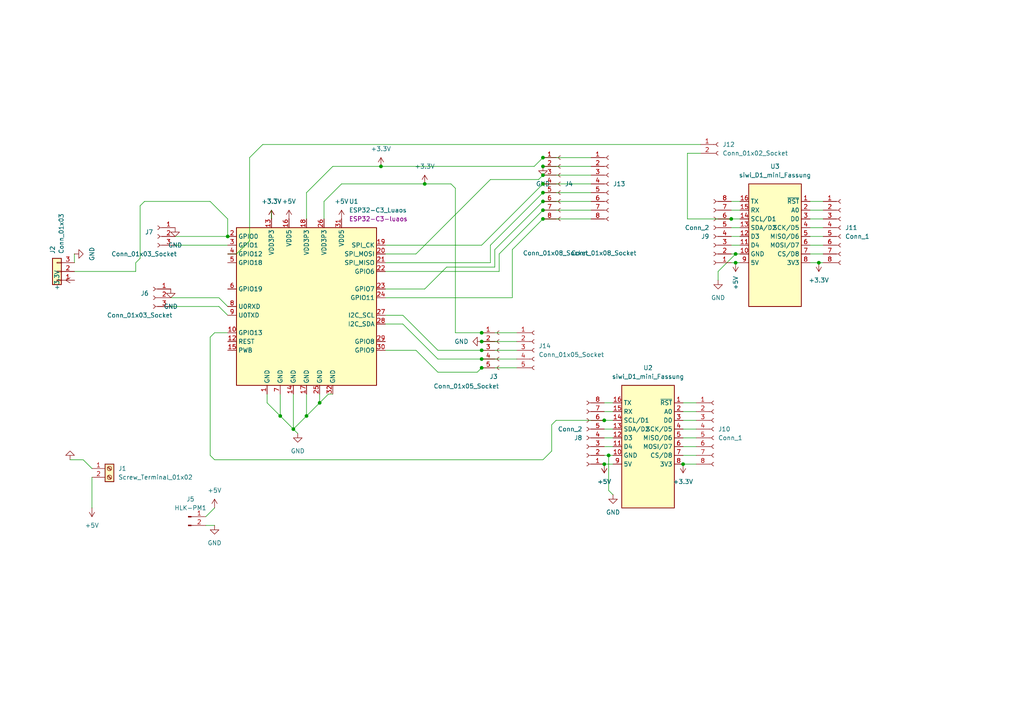
<source format=kicad_sch>
(kicad_sch (version 20250114) (generator "eeschema") (generator_version "9.0")
  (paper "A4")
  (lib_symbols
    (symbol "Connector:Conn_01x02_Pin" (pin_names (offset 1.016) (hide yes))
      (property "Reference" "J" (at 0 2.54 0))
      (property "Value" "Conn_01x02_Pin" (at 0 -5.08 0))
      (symbol "Conn_01x02_Pin_1_1"
        (rectangle (start 0.8636 0.127) (end 0 -0.127) (stroke (width 0.1524)) (fill (type outline)))
        (rectangle (start 0.8636 -2.413) (end 0 -2.667) (stroke (width 0.1524)) (fill (type outline)))
        (polyline (pts (xy 1.27 0) (xy 0.8636 0)) (stroke (width 0.1524)))
        (polyline (pts (xy 1.27 -2.54) (xy 0.8636 -2.54)) (stroke (width 0.1524)))
        (pin passive line (at 5.08 0 180) (length 3.81) (name "Pin_1") (number "1"))
        (pin passive line (at 5.08 -2.54 180) (length 3.81) (name "Pin_2") (number "2"))
      )
    )
    (symbol "Connector:Conn_01x02_Socket" (pin_names (offset 1.016) (hide yes))
      (property "Reference" "J" (at 0 2.54 0))
      (property "Value" "Conn_01x02_Socket" (at 0 -5.08 0))
      (symbol "Conn_01x02_Socket_1_1"
        (polyline (pts (xy -1.27 0) (xy -0.508 0)) (stroke (width 0.1524)))
        (polyline (pts (xy -1.27 -2.54) (xy -0.508 -2.54)) (stroke (width 0.1524)))
        (arc (start 0 -0.508) (mid -0.5058 0) (end 0 0.508) (stroke (width 0.1524)))
        (arc (start 0 -3.048) (mid -0.5058 -2.54) (end 0 -2.032) (stroke (width 0.1524)))
        (pin passive line (at -5.08 0 0) (length 3.81) (name "Pin_1") (number "1"))
        (pin passive line (at -5.08 -2.54 0) (length 3.81) (name "Pin_2") (number "2"))
      )
    )
    (symbol "Connector:Conn_01x03_Socket" (pin_names (offset 1.016) (hide yes))
      (property "Reference" "J" (at 0 5.08 0))
      (property "Value" "Conn_01x03_Socket" (at 0 -5.08 0))
      (symbol "Conn_01x03_Socket_1_1"
        (polyline (pts (xy -1.27 2.54) (xy -0.508 2.54)) (stroke (width 0.1524)))
        (polyline (pts (xy -1.27 0) (xy -0.508 0)) (stroke (width 0.1524)))
        (polyline (pts (xy -1.27 -2.54) (xy -0.508 -2.54)) (stroke (width 0.1524)))
        (arc (start 0 2.032) (mid -0.5058 2.54) (end 0 3.048) (stroke (width 0.1524)))
        (arc (start 0 -0.508) (mid -0.5058 0) (end 0 0.508) (stroke (width 0.1524)))
        (arc (start 0 -3.048) (mid -0.5058 -2.54) (end 0 -2.032) (stroke (width 0.1524)))
        (pin passive line (at -5.08 2.54 0) (length 3.81) (name "Pin_1") (number "1"))
        (pin passive line (at -5.08 0 0) (length 3.81) (name "Pin_2") (number "2"))
        (pin passive line (at -5.08 -2.54 0) (length 3.81) (name "Pin_3") (number "3"))
      )
    )
    (symbol "Connector:Conn_01x05_Socket" (pin_names (offset 1.016) (hide yes))
      (property "Reference" "J" (at 0 7.62 0))
      (property "Value" "Conn_01x05_Socket" (at 0 -7.62 0))
      (symbol "Conn_01x05_Socket_1_1"
        (polyline (pts (xy -1.27 5.08) (xy -0.508 5.08)) (stroke (width 0.1524)))
        (polyline (pts (xy -1.27 2.54) (xy -0.508 2.54)) (stroke (width 0.1524)))
        (polyline (pts (xy -1.27 0) (xy -0.508 0)) (stroke (width 0.1524)))
        (polyline (pts (xy -1.27 -2.54) (xy -0.508 -2.54)) (stroke (width 0.1524)))
        (polyline (pts (xy -1.27 -5.08) (xy -0.508 -5.08)) (stroke (width 0.1524)))
        (arc (start 0 4.572) (mid -0.5058 5.08) (end 0 5.588) (stroke (width 0.1524)))
        (arc (start 0 2.032) (mid -0.5058 2.54) (end 0 3.048) (stroke (width 0.1524)))
        (arc (start 0 -0.508) (mid -0.5058 0) (end 0 0.508) (stroke (width 0.1524)))
        (arc (start 0 -3.048) (mid -0.5058 -2.54) (end 0 -2.032) (stroke (width 0.1524)))
        (arc (start 0 -5.588) (mid -0.5058 -5.08) (end 0 -4.572) (stroke (width 0.1524)))
        (pin passive line (at -5.08 5.08 0) (length 3.81) (name "Pin_1") (number "1"))
        (pin passive line (at -5.08 2.54 0) (length 3.81) (name "Pin_2") (number "2"))
        (pin passive line (at -5.08 0 0) (length 3.81) (name "Pin_3") (number "3"))
        (pin passive line (at -5.08 -2.54 0) (length 3.81) (name "Pin_4") (number "4"))
        (pin passive line (at -5.08 -5.08 0) (length 3.81) (name "Pin_5") (number "5"))
      )
    )
    (symbol "Connector:Conn_01x08_Socket" (pin_names (offset 1.016) (hide yes))
      (property "Reference" "J" (at 0 10.16 0))
      (property "Value" "Conn_01x08_Socket" (at 0 -12.7 0))
      (symbol "Conn_01x08_Socket_1_1"
        (polyline (pts (xy -1.27 7.62) (xy -0.508 7.62)) (stroke (width 0.1524)))
        (polyline (pts (xy -1.27 5.08) (xy -0.508 5.08)) (stroke (width 0.1524)))
        (polyline (pts (xy -1.27 2.54) (xy -0.508 2.54)) (stroke (width 0.1524)))
        (polyline (pts (xy -1.27 0) (xy -0.508 0)) (stroke (width 0.1524)))
        (polyline (pts (xy -1.27 -2.54) (xy -0.508 -2.54)) (stroke (width 0.1524)))
        (polyline (pts (xy -1.27 -5.08) (xy -0.508 -5.08)) (stroke (width 0.1524)))
        (polyline (pts (xy -1.27 -7.62) (xy -0.508 -7.62)) (stroke (width 0.1524)))
        (polyline (pts (xy -1.27 -10.16) (xy -0.508 -10.16)) (stroke (width 0.1524)))
        (arc (start 0 7.112) (mid -0.5058 7.62) (end 0 8.128) (stroke (width 0.1524)))
        (arc (start 0 4.572) (mid -0.5058 5.08) (end 0 5.588) (stroke (width 0.1524)))
        (arc (start 0 2.032) (mid -0.5058 2.54) (end 0 3.048) (stroke (width 0.1524)))
        (arc (start 0 -0.508) (mid -0.5058 0) (end 0 0.508) (stroke (width 0.1524)))
        (arc (start 0 -3.048) (mid -0.5058 -2.54) (end 0 -2.032) (stroke (width 0.1524)))
        (arc (start 0 -5.588) (mid -0.5058 -5.08) (end 0 -4.572) (stroke (width 0.1524)))
        (arc (start 0 -8.128) (mid -0.5058 -7.62) (end 0 -7.112) (stroke (width 0.1524)))
        (arc (start 0 -10.668) (mid -0.5058 -10.16) (end 0 -9.652) (stroke (width 0.1524)))
        (pin passive line (at -5.08 7.62 0) (length 3.81) (name "Pin_1") (number "1"))
        (pin passive line (at -5.08 5.08 0) (length 3.81) (name "Pin_2") (number "2"))
        (pin passive line (at -5.08 2.54 0) (length 3.81) (name "Pin_3") (number "3"))
        (pin passive line (at -5.08 0 0) (length 3.81) (name "Pin_4") (number "4"))
        (pin passive line (at -5.08 -2.54 0) (length 3.81) (name "Pin_5") (number "5"))
        (pin passive line (at -5.08 -5.08 0) (length 3.81) (name "Pin_6") (number "6"))
        (pin passive line (at -5.08 -7.62 0) (length 3.81) (name "Pin_7") (number "7"))
        (pin passive line (at -5.08 -10.16 0) (length 3.81) (name "Pin_8") (number "8"))
      )
    )
    (symbol "Connector:Screw_Terminal_01x02" (pin_names (offset 1.016) (hide yes))
      (property "Reference" "J" (at 0 2.54 0))
      (property "Value" "Screw_Terminal_01x02" (at 0 -5.08 0))
      (symbol "Screw_Terminal_01x02_1_1"
        (rectangle (start -1.27 1.27) (end 1.27 -3.81) (stroke (width 0.254)) (fill (type background)))
        (polyline (pts (xy -0.5334 0.3302) (xy 0.3302 -0.508)) (stroke (width 0.1524)))
        (polyline (pts (xy -0.5334 -2.2098) (xy 0.3302 -3.048)) (stroke (width 0.1524)))
        (polyline (pts (xy -0.3556 0.508) (xy 0.508 -0.3302)) (stroke (width 0.1524)))
        (polyline (pts (xy -0.3556 -2.032) (xy 0.508 -2.8702)) (stroke (width 0.1524)))
        (circle (center 0 0) (radius 0.635) (stroke (width 0.1524)))
        (circle (center 0 -2.54) (radius 0.635) (stroke (width 0.1524)))
        (pin passive line (at -5.08 0 0) (length 3.81) (name "Pin_1") (number "1"))
        (pin passive line (at -5.08 -2.54 0) (length 3.81) (name "Pin_2") (number "2"))
      )
    )
    (symbol "Connector_Generic:Conn_01x03" (pin_names (offset 1.016) (hide yes))
      (property "Reference" "J" (at 0 5.08 0))
      (property "Value" "Conn_01x03" (at 0 -5.08 0))
      (symbol "Conn_01x03_1_1"
        (rectangle (start -1.27 3.81) (end 1.27 -3.81) (stroke (width 0.254)) (fill (type background)))
        (rectangle (start -1.27 2.667) (end 0 2.413) (stroke (width 0.1524)))
        (rectangle (start -1.27 0.127) (end 0 -0.127) (stroke (width 0.1524)))
        (rectangle (start -1.27 -2.413) (end 0 -2.667) (stroke (width 0.1524)))
        (pin passive line (at -5.08 2.54 0) (length 3.81) (name "Pin_1") (number "1"))
        (pin passive line (at -5.08 0 0) (length 3.81) (name "Pin_2") (number "2"))
        (pin passive line (at -5.08 -2.54 0) (length 3.81) (name "Pin_3") (number "3"))
      )
    )
    (symbol "New_Library:ESP32-C3_Luaos"
      (property "Reference" "U" (at -17.272 23.876 0))
      (property "Value" "ESP32-C3_Luaos" (at 20.574 27.178 0))
      (property "Footprint" "ESP32-C3-luaos" (at 0.508 0 0))
      (symbol "ESP32-C3_Luaos_1_1"
        (rectangle (start -20.32 22.86) (end 20.32 -22.86) (stroke (width 0.254)) (fill (type background)))
        (pin bidirectional line (at -22.86 20.32 0) (length 2.54) (name "GPIO0") (number "2"))
        (pin bidirectional line (at -22.86 17.78 0) (length 2.54) (name "GPIO1") (number "3"))
        (pin bidirectional line (at -22.86 15.24 0) (length 2.54) (name "GPIO12") (number "4"))
        (pin bidirectional line (at -22.86 12.7 0) (length 2.54) (name "GPIO18") (number "5"))
        (pin unspecified line (at -22.86 5.08 0) (length 2.54) (name "GPIO19") (number "6"))
        (pin input line (at -22.86 0 0) (length 2.54) (name "U0RXD") (number "8"))
        (pin output line (at -22.86 -2.54 0) (length 2.54) (name "U0TXD") (number "9"))
        (pin bidirectional line (at -22.86 -7.62 0) (length 2.54) (name "GPIO13") (number "10"))
        (pin input line (at -22.86 -10.16 0) (length 2.54) (name "REST") (number "12"))
        (pin bidirectional line (at -22.86 -12.7 0) (length 2.54) (name "PWB") (number "15"))
        (pin power_in line (at -11.43 -25.4 90) (length 2.54) (name "GND") (number "1"))
        (pin power_in line (at -10.16 25.4 270) (length 2.54) (name "VDD3P3") (number "13"))
        (pin power_in line (at -7.62 -25.4 90) (length 2.54) (name "GND") (number "7"))
        (pin power_in line (at -5.08 25.4 270) (length 2.54) (name "VDD5") (number "16"))
        (pin power_in line (at -3.81 -25.4 90) (length 2.54) (name "GND") (number "14"))
        (pin power_in line (at 0 25.4 270) (length 2.54) (name "VDD3P3") (number "18"))
        (pin power_in line (at 0 -25.4 90) (length 2.54) (name "GND") (number "17"))
        (pin power_in line (at 3.81 -25.4 90) (length 2.54) (name "GND") (number "25"))
        (pin power_out line (at 5.08 25.4 270) (length 2.54) (name "VDD3P3") (number "26"))
        (pin power_in line (at 7.62 -25.4 90) (length 2.54) (name "GND") (number "32"))
        (pin power_in line (at 10.16 25.4 270) (length 2.54) (name "VDD5") (number "31"))
        (pin bidirectional line (at 22.86 17.78 180) (length 2.54) (name "SPI_CK") (number "19"))
        (pin bidirectional line (at 22.86 15.24 180) (length 2.54) (name "SPI_MOSI") (number "20"))
        (pin bidirectional line (at 22.86 12.7 180) (length 2.54) (name "SPI_MISO") (number "21"))
        (pin bidirectional line (at 22.86 10.16 180) (length 2.54) (name "GPIO6") (number "22"))
        (pin bidirectional line (at 22.86 5.08 180) (length 2.54) (name "GPIO7") (number "23"))
        (pin unspecified line (at 22.86 2.54 180) (length 2.54) (name "GPIO11") (number "24"))
        (pin bidirectional line (at 22.86 -2.54 180) (length 2.54) (name "I2C_SCL") (number "27"))
        (pin bidirectional line (at 22.86 -5.08 180) (length 2.54) (name "I2C_SDA") (number "28"))
        (pin bidirectional line (at 22.86 -10.16 180) (length 2.54) (name "GPIO8") (number "29"))
        (pin bidirectional line (at 22.86 -12.7 180) (length 2.54) (name "GPIO9") (number "30"))
      )
    )
    (symbol "New_Library:siwi_D1_mini_Fassung"
      (property "Reference" "U" (at 3.81 19.05 0))
      (property "Value" "siwi_D1_mini_Fassung" (at 1.27 -19.05 0))
      (symbol "siwi_D1_mini_Fassung_1_1"
        (rectangle (start -7.62 17.78) (end 7.62 -17.78) (stroke (width 0.254)) (fill (type background)))
        (pin input line (at -10.16 12.7 0) (length 2.54) (name "~{RST}") (number "1"))
        (pin input line (at -10.16 10.16 0) (length 2.54) (name "A0") (number "2"))
        (pin bidirectional line (at -10.16 7.62 0) (length 2.54) (name "D0") (number "3"))
        (pin bidirectional line (at -10.16 5.08 0) (length 2.54) (name "SCK/D5") (number "4"))
        (pin bidirectional line (at -10.16 2.54 0) (length 2.54) (name "MISO/D6") (number "5"))
        (pin bidirectional line (at -10.16 0 0) (length 2.54) (name "MOSI/D7") (number "6"))
        (pin bidirectional line (at -10.16 -2.54 0) (length 2.54) (name "CS/D8") (number "7"))
        (pin power_out line (at -10.16 -5.08 0) (length 2.54) (name "3V3") (number "8"))
        (pin output line (at 10.16 12.7 180) (length 2.54) (name "TX") (number "16"))
        (pin input line (at 10.16 10.16 180) (length 2.54) (name "RX") (number "15"))
        (pin bidirectional line (at 10.16 7.62 180) (length 2.54) (name "SCL/D1") (number "14"))
        (pin bidirectional line (at 10.16 5.08 180) (length 2.54) (name "SDA/D2") (number "13"))
        (pin bidirectional line (at 10.16 2.54 180) (length 2.54) (name "D3") (number "12"))
        (pin bidirectional line (at 10.16 0 180) (length 2.54) (name "D4") (number "11"))
        (pin power_in line (at 10.16 -2.54 180) (length 2.54) (name "GND") (number "10"))
        (pin power_in line (at 10.16 -5.08 180) (length 2.54) (name "5V") (number "9"))
      )
    )
    (symbol "power:+3.3V" (power) (pin_numbers (hide yes)) (pin_names (offset 0) (hide yes))
      (property "Value" "+3.3V" (at 0 3.556 0))
      (symbol "+3.3V_0_1"
        (polyline (pts (xy -0.762 1.27) (xy 0 2.54)))
        (polyline (pts (xy 0 2.54) (xy 0.762 1.27)))
        (polyline (pts (xy 0 0) (xy 0 2.54)))
      )
      (symbol "+3.3V_1_1"
        (pin power_in line (at 0 0 90) (length 0) (name "~") (number "1"))
      )
    )
    (symbol "power:+5V" (power) (pin_numbers (hide yes)) (pin_names (offset 0) (hide yes))
      (property "Value" "+5V" (at 0 3.556 0))
      (symbol "+5V_0_1"
        (polyline (pts (xy -0.762 1.27) (xy 0 2.54)))
        (polyline (pts (xy 0 2.54) (xy 0.762 1.27)))
        (polyline (pts (xy 0 0) (xy 0 2.54)))
      )
      (symbol "+5V_1_1"
        (pin power_in line (at 0 0 90) (length 0) (name "~") (number "1"))
      )
    )
    (symbol "power:GND" (power) (pin_numbers (hide yes)) (pin_names (offset 0) (hide yes))
      (property "Value" "GND" (at 0 -3.81 0))
      (symbol "GND_0_1"
        (polyline (pts (xy 0 0) (xy 0 -1.27) (xy 1.27 -1.27) (xy 0 -2.54) (xy -1.27 -1.27) (xy 0 -1.27)))
      )
      (symbol "GND_1_1"
        (pin power_in line (at 0 0 270) (length 0) (name "~") (number "1"))
      )
    )
  )
  (junction (at 175.26 134.62))
  (junction (at 213.36 73.66))
  (junction (at 123.19 53.34))
  (junction (at 157.48 63.5))
  (junction (at 139.7 99.06))
  (junction (at 157.48 58.42))
  (junction (at 237.49 76.2))
  (junction (at 157.48 50.8))
  (junction (at 139.7 104.14))
  (junction (at 88.9 120.65))
  (junction (at 175.26 121.92))
  (junction (at 110.49 48.26))
  (junction (at 213.36 76.2))
  (junction (at 66.04 68.58))
  (junction (at 85.09 124.46))
  (junction (at 157.48 48.26))
  (junction (at 157.48 55.88))
  (junction (at 176.53 132.08))
  (junction (at 139.7 106.68))
  (junction (at 157.48 53.34))
  (junction (at 139.7 101.6))
  (junction (at 157.48 45.72))
  (junction (at 157.48 60.96))
  (junction (at 198.12 134.62))
  (junction (at 92.71 116.84))
  (junction (at 212.09 63.5))
  (junction (at 81.28 120.65))
  (junction (at 139.7 96.52))
  (wire (pts (xy 177.8 132.08) (xy 176.53 132.08)))
  (wire (pts (xy 157.48 133.35) (xy 160.02 130.81)))
  (wire (pts (xy 21.59 76.2) (xy 21.59 73.66)))
  (wire (pts (xy 160.02 123.19) (xy 161.29 121.92)))
  (wire (pts (xy 66.04 68.58) (xy 66.04 63.5)))
  (wire (pts (xy 160.02 130.81) (xy 160.02 123.19)))
  (wire (pts (xy 81.28 120.65) (xy 85.09 124.46)))
  (wire (pts (xy 111.76 71.12) (xy 139.7 71.12)))
  (wire (pts (xy 144.78 73.66) (xy 157.48 60.96)))
  (wire (pts (xy 157.48 60.96) (xy 171.45 60.96)))
  (wire (pts (xy 116.84 91.44) (xy 127 101.6)))
  (wire (pts (xy 138.43 107.95) (xy 139.7 106.68)))
  (wire (pts (xy 50.8 71.12) (xy 66.04 71.12)))
  (wire (pts (xy 157.48 58.42) (xy 171.45 58.42)))
  (wire (pts (xy 157.48 55.88) (xy 171.45 55.88)))
  (wire (pts (xy 26.67 138.43) (xy 26.67 147.32)))
  (wire (pts (xy 85.09 124.46) (xy 88.9 120.65)))
  (wire (pts (xy 213.36 73.66) (xy 212.09 73.66)))
  (wire (pts (xy 214.63 63.5) (xy 212.09 63.5)))
  (wire (pts (xy 120.65 101.6) (xy 127 107.95)))
  (wire (pts (xy 176.53 132.08) (xy 175.26 132.08)))
  (wire (pts (xy 238.76 60.96) (xy 234.95 60.96)))
  (wire (pts (xy 139.7 104.14) (xy 149.86 104.14)))
  (wire (pts (xy 238.76 63.5) (xy 234.95 63.5)))
  (wire (pts (xy 49.53 86.36) (xy 63.5 86.36)))
  (wire (pts (xy 213.36 73.66) (xy 208.28 78.74)))
  (wire (pts (xy 40.64 74.93) (xy 39.37 76.2)))
  (wire (pts (xy 237.49 76.2) (xy 234.95 76.2)))
  (wire (pts (xy 111.76 76.2) (xy 142.24 76.2)))
  (wire (pts (xy 214.63 71.12) (xy 212.09 71.12)))
  (wire (pts (xy 88.9 63.5) (xy 88.9 55.88)))
  (wire (pts (xy 60.96 58.42) (xy 41.91 58.42)))
  (wire (pts (xy 157.48 50.8) (xy 171.45 50.8)))
  (wire (pts (xy 176.53 142.24) (xy 177.8 143.51)))
  (wire (pts (xy 111.76 83.82) (xy 123.19 83.82)))
  (wire (pts (xy 88.9 55.88) (xy 96.52 48.26)))
  (wire (pts (xy 77.47 116.84) (xy 81.28 120.65)))
  (wire (pts (xy 95.25 114.3) (xy 92.71 116.84)))
  (wire (pts (xy 142.24 52.07) (xy 156.21 52.07)))
  (wire (pts (xy 60.96 97.79) (xy 60.96 132.08)))
  (wire (pts (xy 59.69 152.4) (xy 62.23 152.4)))
  (wire (pts (xy 139.7 101.6) (xy 149.86 101.6)))
  (wire (pts (xy 62.23 147.32) (xy 59.69 149.86)))
  (wire (pts (xy 50.8 68.58) (xy 66.04 68.58)))
  (wire (pts (xy 199.39 44.45) (xy 199.39 63.5)))
  (wire (pts (xy 96.52 48.26) (xy 110.49 48.26)))
  (wire (pts (xy 201.93 134.62) (xy 198.12 134.62)))
  (wire (pts (xy 214.63 58.42) (xy 212.09 58.42)))
  (wire (pts (xy 77.47 114.3) (xy 77.47 116.84)))
  (wire (pts (xy 238.76 68.58) (xy 234.95 68.58)))
  (wire (pts (xy 214.63 66.04) (xy 212.09 66.04)))
  (wire (pts (xy 201.93 132.08) (xy 198.12 132.08)))
  (wire (pts (xy 116.84 93.98) (xy 127 104.14)))
  (wire (pts (xy 111.76 73.66) (xy 120.65 73.66)))
  (wire (pts (xy 78.74 63.5) (xy 78.74 60.96)))
  (wire (pts (xy 214.63 73.66) (xy 213.36 73.66)))
  (wire (pts (xy 132.08 54.61) (xy 132.08 96.52)))
  (wire (pts (xy 213.36 76.2) (xy 212.09 76.2)))
  (wire (pts (xy 24.13 133.35) (xy 26.67 135.89)))
  (wire (pts (xy 238.76 58.42) (xy 234.95 58.42)))
  (wire (pts (xy 157.48 63.5) (xy 171.45 63.5)))
  (wire (pts (xy 177.8 119.38) (xy 175.26 119.38)))
  (wire (pts (xy 139.7 71.12) (xy 157.48 53.34)))
  (wire (pts (xy 49.53 88.9) (xy 63.5 88.9)))
  (wire (pts (xy 214.63 68.58) (xy 212.09 68.58)))
  (wire (pts (xy 238.76 76.2) (xy 237.49 76.2)))
  (wire (pts (xy 201.93 129.54) (xy 198.12 129.54)))
  (wire (pts (xy 238.76 66.04) (xy 234.95 66.04)))
  (wire (pts (xy 177.8 127) (xy 175.26 127)))
  (wire (pts (xy 139.7 99.06) (xy 149.86 99.06)))
  (wire (pts (xy 139.7 106.68) (xy 149.86 106.68)))
  (wire (pts (xy 92.71 114.3) (xy 92.71 116.84)))
  (wire (pts (xy 66.04 63.5) (xy 60.96 58.42)))
  (wire (pts (xy 199.39 44.45) (xy 203.2 44.45)))
  (wire (pts (xy 93.98 63.5) (xy 93.98 58.42)))
  (wire (pts (xy 20.32 133.35) (xy 24.13 133.35)))
  (wire (pts (xy 177.8 129.54) (xy 175.26 129.54)))
  (wire (pts (xy 123.19 83.82) (xy 129.54 77.47)))
  (wire (pts (xy 201.93 116.84) (xy 198.12 116.84)))
  (wire (pts (xy 111.76 86.36) (xy 148.59 86.36)))
  (wire (pts (xy 96.52 114.3) (xy 95.25 114.3)))
  (wire (pts (xy 21.59 78.74) (xy 39.37 78.74)))
  (wire (pts (xy 144.78 78.74) (xy 144.78 73.66)))
  (wire (pts (xy 154.94 48.26) (xy 157.48 45.72)))
  (wire (pts (xy 142.24 71.12) (xy 157.48 55.88)))
  (wire (pts (xy 110.49 48.26) (xy 154.94 48.26)))
  (wire (pts (xy 72.39 45.72) (xy 76.2 41.91)))
  (wire (pts (xy 120.65 73.66) (xy 142.24 52.07)))
  (wire (pts (xy 88.9 114.3) (xy 88.9 120.65)))
  (wire (pts (xy 129.54 77.47) (xy 143.51 77.47)))
  (wire (pts (xy 60.96 132.08) (xy 62.23 133.35)))
  (wire (pts (xy 201.93 119.38) (xy 198.12 119.38)))
  (wire (pts (xy 156.21 52.07) (xy 157.48 50.8)))
  (wire (pts (xy 111.76 93.98) (xy 116.84 93.98)))
  (wire (pts (xy 214.63 76.2) (xy 213.36 76.2)))
  (wire (pts (xy 177.8 134.62) (xy 175.26 134.62)))
  (wire (pts (xy 201.93 127) (xy 198.12 127)))
  (wire (pts (xy 148.59 86.36) (xy 148.59 72.39)))
  (wire (pts (xy 93.98 58.42) (xy 99.06 53.34)))
  (wire (pts (xy 66.04 96.52) (xy 62.23 96.52)))
  (wire (pts (xy 175.26 121.92) (xy 177.8 121.92)))
  (wire (pts (xy 85.09 114.3) (xy 85.09 124.46)))
  (wire (pts (xy 81.28 114.3) (xy 81.28 120.65)))
  (wire (pts (xy 111.76 78.74) (xy 144.78 78.74)))
  (wire (pts (xy 208.28 78.74) (xy 208.28 81.28)))
  (wire (pts (xy 66.04 73.66) (xy 68.58 73.66)))
  (wire (pts (xy 143.51 72.39) (xy 157.48 58.42)))
  (wire (pts (xy 63.5 86.36) (xy 66.04 88.9)))
  (wire (pts (xy 68.58 73.66) (xy 72.39 69.85)))
  (wire (pts (xy 161.29 121.92) (xy 175.26 121.92)))
  (wire (pts (xy 238.76 71.12) (xy 234.95 71.12)))
  (wire (pts (xy 177.8 116.84) (xy 175.26 116.84)))
  (wire (pts (xy 143.51 77.47) (xy 143.51 72.39)))
  (wire (pts (xy 123.19 53.34) (xy 130.81 53.34)))
  (wire (pts (xy 130.81 53.34) (xy 132.08 54.61)))
  (wire (pts (xy 201.93 121.92) (xy 198.12 121.92)))
  (wire (pts (xy 157.48 45.72) (xy 171.45 45.72)))
  (wire (pts (xy 127 107.95) (xy 138.43 107.95)))
  (wire (pts (xy 142.24 76.2) (xy 142.24 71.12)))
  (wire (pts (xy 199.39 63.5) (xy 212.09 63.5)))
  (wire (pts (xy 238.76 73.66) (xy 234.95 73.66)))
  (wire (pts (xy 41.91 58.42) (xy 40.64 59.69)))
  (wire (pts (xy 157.48 48.26) (xy 171.45 48.26)))
  (wire (pts (xy 76.2 41.91) (xy 203.2 41.91)))
  (wire (pts (xy 111.76 91.44) (xy 116.84 91.44)))
  (wire (pts (xy 157.48 53.34) (xy 171.45 53.34)))
  (wire (pts (xy 63.5 88.9) (xy 66.04 91.44)))
  (wire (pts (xy 88.9 120.65) (xy 92.71 116.84)))
  (wire (pts (xy 62.23 96.52) (xy 60.96 97.79)))
  (wire (pts (xy 214.63 60.96) (xy 212.09 60.96)))
  (wire (pts (xy 139.7 96.52) (xy 149.86 96.52)))
  (wire (pts (xy 111.76 101.6) (xy 120.65 101.6)))
  (wire (pts (xy 176.53 132.08) (xy 176.53 142.24)))
  (wire (pts (xy 99.06 53.34) (xy 123.19 53.34)))
  (wire (pts (xy 177.8 124.46) (xy 175.26 124.46)))
  (wire (pts (xy 40.64 59.69) (xy 40.64 74.93)))
  (wire (pts (xy 72.39 45.72) (xy 72.39 69.85)))
  (wire (pts (xy 85.09 124.46) (xy 86.36 125.73)))
  (wire (pts (xy 132.08 96.52) (xy 139.7 96.52)))
  (wire (pts (xy 39.37 78.74) (xy 39.37 76.2)))
  (wire (pts (xy 127 101.6) (xy 139.7 101.6)))
  (wire (pts (xy 62.23 133.35) (xy 157.48 133.35)))
  (wire (pts (xy 127 104.14) (xy 139.7 104.14)))
  (wire (pts (xy 201.93 124.46) (xy 198.12 124.46)))
  (wire (pts (xy 148.59 72.39) (xy 157.48 63.5)))
  (symbol (lib_id "power:GND") (at 157.48 48.26 0) (unit 1)
    (property "Reference" "#PWR013" (effects (hide yes)))
    (property "Value" "GND" (at 157.48 53.34 0))
    (property "Description" "Power symbol creates a global label with name \"GND\" , ground" (effects (hide yes)))
  )
  (symbol (lib_id "New_Library:siwi_D1_mini_Fassung") (at 187.96 129.54 0) (mirror y) (unit 1)
    (property "Reference" "U2" (at 187.96 106.68 0))
    (property "Value" "siwi_D1_mini_Fassung" (at 187.96 109.22 0))
    (property "Footprint" "Library:siwi_WEMOS_D1_mini_light" (effects (hide yes)))
    (property "Datasheet" "https://wiki.wemos.cc/products:d1:d1_mini#documentation" (effects (hide yes)))
    (property "Description" "32-bit microcontroller module with WiFi" (effects (hide yes)))
  )
  (symbol (lib_id "power:+3.3V") (at 123.19 53.34 0) (unit 1)
    (property "Reference" "#PWR024" (effects (hide yes)))
    (property "Value" "+3.3V" (at 123.19 48.26 0))
    (property "Description" "Power symbol creates a global label with name \"+3.3V\"" (effects (hide yes)))
  )
  (symbol (lib_id "power:+5V") (at 175.26 134.62 180) (unit 1)
    (property "Reference" "#PWR06" (effects (hide yes)))
    (property "Value" "+5V" (at 175.26 139.7 0))
    (property "Description" "Power symbol creates a global label with name \"+5V\"" (effects (hide yes)))
  )
  (symbol (lib_id "power:+5V") (at 213.36 76.2 180) (unit 1)
    (property "Reference" "#PWR019" (effects (hide yes)))
    (property "Value" "+5V" (at 213.3601 80.01 90) (effects (justify left)))
    (property "Description" "Power symbol creates a global label with name \"+5V\"" (effects (hide yes)))
  )
  (symbol (lib_id "Connector_Generic:Conn_01x03") (at 16.51 78.74 180) (unit 1)
    (property "Reference" "J2" (at 15.2399 73.66 90) (effects (justify right)))
    (property "Value" "Conn_01x03" (at 17.7799 73.66 90) (effects (justify right)))
    (property "Footprint" "Connector_PinHeader_2.54mm:PinHeader_1x03_P2.54mm_Vertical" (effects (hide yes)))
    (property "Description" "Generic connector, single row, 01x03, script generated (kicad-library-utils/schlib/autogen/connector/)" (effects (hide yes)))
  )
  (symbol (lib_id "Connector:Conn_01x08_Socket") (at 243.84 66.04 0) (unit 1)
    (property "Reference" "J11" (at 245.11 66.0399 0) (effects (justify left)))
    (property "Value" "Conn_1" (at 245.11 68.5799 0) (effects (justify left)))
    (property "Footprint" "Connector_PinHeader_2.54mm:PinHeader_1x08_P2.54mm_Vertical" (effects (hide yes)))
    (property "Description" "Generic connector, single row, 01x08, script generated" (effects (hide yes)))
  )
  (symbol (lib_id "Connector:Conn_01x08_Socket") (at 207.01 68.58 180) (unit 1)
    (property "Reference" "J9" (at 205.74 68.5801 0) (effects (justify left)))
    (property "Value" "Conn_2" (at 205.74 66.0401 0) (effects (justify left)))
    (property "Footprint" "Connector_PinHeader_2.54mm:PinHeader_1x08_P2.54mm_Vertical" (effects (hide yes)))
    (property "Description" "Generic connector, single row, 01x08, script generated" (effects (hide yes)))
  )
  (symbol (lib_id "Connector:Conn_01x08_Socket") (at 162.56 53.34 0) (unit 1)
    (property "Reference" "J4" (at 163.83 53.3399 0) (effects (justify left)))
    (property "Value" "Conn_01x08_Socket" (at 151.638 73.406 0) (effects (justify left)))
    (property "Footprint" "Connector_PinHeader_2.54mm:PinHeader_1x08_P2.54mm_Vertical" (effects (hide yes)))
    (property "Description" "Generic connector, single row, 01x08, script generated" (effects (hide yes)))
  )
  (symbol (lib_id "power:+3.3V") (at 237.49 76.2 180) (unit 1)
    (property "Reference" "#PWR018" (effects (hide yes)))
    (property "Value" "+3.3V" (at 237.49 81.28 0))
    (property "Description" "Power symbol creates a global label with name \"+3.3V\"" (effects (hide yes)))
  )
  (symbol (lib_id "power:+3.3V") (at 78.74 63.5 0) (unit 1)
    (property "Reference" "#PWR08" (effects (hide yes)))
    (property "Value" "+3.3V" (at 78.74 58.42 0))
    (property "Description" "Power symbol creates a global label with name \"+3.3V\"" (effects (hide yes)))
  )
  (symbol (lib_id "power:GND") (at 86.36 125.73 0) (unit 1)
    (property "Reference" "#PWR011" (effects (hide yes)))
    (property "Value" "GND" (at 86.36 130.81 0))
    (property "Description" "Power symbol creates a global label with name \"GND\" , ground" (effects (hide yes)))
  )
  (symbol (lib_id "Connector:Conn_01x03_Socket") (at 44.45 86.36 0) (mirror y) (unit 1)
    (property "Reference" "J6" (at 43.18 85.0899 0) (effects (justify left)))
    (property "Value" "Conn_01x03_Socket" (at 50.038 91.44 0) (effects (justify left)))
    (property "Footprint" "Connector_PinHeader_2.54mm:PinHeader_1x03_P2.54mm_Vertical" (effects (hide yes)))
    (property "Description" "Generic connector, single row, 01x03, script generated" (effects (hide yes)))
  )
  (symbol (lib_id "New_Library:ESP32-C3_Luaos") (at 88.9 88.9 0) (unit 1)
    (property "Reference" "U1" (at 101.2033 58.42 0) (effects (justify left)))
    (property "Value" "ESP32-C3_Luaos" (at 101.2033 60.96 0) (effects (justify left)))
    (property "Footprint" "ESP32-C3-luaos" (at 101.2033 63.5 0) (effects (justify left)))
    (property "Datasheet" "https://www.espressif.com/sites/default/files/documentation/esp32-c3_datasheet_en.pdf" (effects (hide yes)))
    (property "Description" "RF Module, ESP32 SoC, RISC-V, WiFi 802.11b/n/g, Bluetooth LE 5, QFN32" (effects (hide yes)))
  )
  (symbol (lib_id "Connector:Conn_01x02_Socket") (at 208.28 41.91 0) (unit 1)
    (property "Reference" "J12" (at 209.55 41.9099 0) (effects (justify left)))
    (property "Value" "Conn_01x02_Socket" (at 209.55 44.4499 0) (effects (justify left)))
    (property "Footprint" "Connector_PinHeader_1.00mm:PinHeader_1x02_P1.00mm_Vertical" (effects (hide yes)))
    (property "Description" "Generic connector, single row, 01x02, script generated" (effects (hide yes)))
  )
  (symbol (lib_id "power:+5V") (at 175.26 134.62 180) (unit 1)
    (property "Reference" "#PWR07" (effects (hide yes)))
    (property "Value" "+5V" (at 175.26 139.7 0))
    (property "Description" "Power symbol creates a global label with name \"+5V\"" (effects (hide yes)))
  )
  (symbol (lib_id "Connector:Conn_01x03_Socket") (at 45.72 68.58 0) (mirror y) (unit 1)
    (property "Reference" "J7" (at 44.45 67.3099 0) (effects (justify left)))
    (property "Value" "Conn_01x03_Socket" (at 51.308 73.66 0) (effects (justify left)))
    (property "Footprint" "Connector_PinHeader_2.54mm:PinHeader_1x03_P2.54mm_Vertical" (effects (hide yes)))
    (property "Description" "Generic connector, single row, 01x03, script generated" (effects (hide yes)))
  )
  (symbol (lib_id "power:GND") (at 49.53 83.82 0) (unit 1)
    (property "Reference" "#PWR020" (effects (hide yes)))
    (property "Value" "GND" (at 49.53 88.9 0))
    (property "Description" "Power symbol creates a global label with name \"GND\" , ground" (effects (hide yes)))
  )
  (symbol (lib_id "Connector:Conn_01x05_Socket") (at 154.94 101.6 0) (unit 1)
    (property "Reference" "J14" (at 156.21 100.3299 0) (effects (justify left)))
    (property "Value" "Conn_01x05_Socket" (at 156.21 102.8699 0) (effects (justify left)))
    (property "Footprint" "Connector_PinHeader_2.54mm:PinHeader_1x05_P2.54mm_Vertical" (effects (hide yes)))
    (property "Description" "Generic connector, single row, 01x05, script generated" (effects (hide yes)))
  )
  (symbol (lib_id "New_Library:siwi_D1_mini_Fassung") (at 224.79 71.12 0) (mirror y) (unit 1)
    (property "Reference" "U3" (at 224.79 48.26 0))
    (property "Value" "siwi_D1_mini_Fassung" (at 224.79 50.8 0))
    (property "Footprint" "Library:siwi_WEMOS_D1_mini_light" (effects (hide yes)))
    (property "Datasheet" "https://wiki.wemos.cc/products:d1:d1_mini#documentation" (effects (hide yes)))
    (property "Description" "32-bit microcontroller module with WiFi" (effects (hide yes)))
  )
  (symbol (lib_id "power:GND") (at 50.8 66.04 0) (unit 1)
    (property "Reference" "#PWR021" (effects (hide yes)))
    (property "Value" "GND" (at 50.8 71.12 0))
    (property "Description" "Power symbol creates a global label with name \"GND\" , ground" (effects (hide yes)))
  )
  (symbol (lib_id "power:GND") (at 21.59 73.66 90) (unit 1)
    (property "Reference" "#PWR012" (effects (hide yes)))
    (property "Value" "GND" (at 26.67 73.66 0))
    (property "Description" "Power symbol creates a global label with name \"GND\" , ground" (effects (hide yes)))
  )
  (symbol (lib_id "power:GND") (at 139.7 99.06 270) (unit 1)
    (property "Reference" "#PWR025" (effects (hide yes)))
    (property "Value" "GND" (at 135.89 99.0599 90) (effects (justify right)))
    (property "Description" "Power symbol creates a global label with name \"GND\" , ground" (effects (hide yes)))
  )
  (symbol (lib_id "power:+5V") (at 26.67 147.32 180) (unit 1)
    (property "Reference" "#PWR016" (effects (hide yes)))
    (property "Value" "+5V" (at 26.67 152.4 0))
    (property "Description" "Power symbol creates a global label with name \"+5V\"" (effects (hide yes)))
  )
  (symbol (lib_id "Connector:Conn_01x08_Socket") (at 170.18 127 180) (unit 1)
    (property "Reference" "J8" (at 168.91 127.0001 0) (effects (justify left)))
    (property "Value" "Conn_2" (at 168.91 124.4601 0) (effects (justify left)))
    (property "Footprint" "Connector_PinHeader_2.54mm:PinHeader_1x08_P2.54mm_Vertical" (effects (hide yes)))
    (property "Description" "Generic connector, single row, 01x08, script generated" (effects (hide yes)))
  )
  (symbol (lib_id "power:+3.3V") (at 110.49 48.26 0) (unit 1)
    (property "Reference" "#PWR023" (effects (hide yes)))
    (property "Value" "+3.3V" (at 110.49 43.18 0))
    (property "Description" "Power symbol creates a global label with name \"+3.3V\"" (effects (hide yes)))
  )
  (symbol (lib_id "power:GND") (at 177.8 143.51 0) (unit 1)
    (property "Reference" "#PWR017" (effects (hide yes)))
    (property "Value" "GND" (at 177.8 148.59 0))
    (property "Description" "Power symbol creates a global label with name \"GND\" , ground" (effects (hide yes)))
  )
  (symbol (lib_id "Connector:Conn_01x05_Socket") (at 144.78 101.6 0) (unit 1)
    (property "Reference" "J3" (at 141.986 109.22 0) (effects (justify left)))
    (property "Value" "Conn_01x05_Socket" (at 125.73 112.014 0) (effects (justify left)))
    (property "Footprint" "Connector_PinHeader_2.54mm:PinHeader_1x05_P2.54mm_Vertical" (effects (hide yes)))
    (property "Description" "Generic connector, single row, 01x05, script generated" (effects (hide yes)))
  )
  (symbol (lib_id "Connector:Screw_Terminal_01x02") (at 31.75 135.89 0) (unit 1)
    (property "Reference" "J1" (at 34.29 135.8899 0) (effects (justify left)))
    (property "Value" "Screw_Terminal_01x02" (at 34.29 138.4299 0) (effects (justify left)))
    (property "Footprint" "TerminalBlock:TerminalBlock_MaiXu_MX126-5.0-02P_1x02_P5.00mm" (effects (hide yes)))
    (property "Description" "Generic screw terminal, single row, 01x02, script generated (kicad-library-utils/schlib/autogen/connector/)" (effects (hide yes)))
  )
  (symbol (lib_id "power:GND") (at 62.23 152.4 0) (unit 1)
    (property "Reference" "#PWR04" (effects (hide yes)))
    (property "Value" "GND" (at 62.23 157.48 0))
    (property "Description" "Power symbol creates a global label with name \"GND\" , ground" (effects (hide yes)))
  )
  (symbol (lib_id "power:GND") (at 208.28 81.28 0) (unit 1)
    (property "Reference" "#PWR022" (effects (hide yes)))
    (property "Value" "GND" (at 208.28 86.36 0))
    (property "Description" "Power symbol creates a global label with name \"GND\" , ground" (effects (hide yes)))
  )
  (symbol (lib_id "power:+5V") (at 62.23 147.32 0) (unit 1)
    (property "Reference" "#PWR05" (effects (hide yes)))
    (property "Value" "+5V" (at 62.23 142.24 0))
    (property "Description" "Power symbol creates a global label with name \"+5V\"" (effects (hide yes)))
  )
  (symbol (lib_id "power:+3.3V") (at 21.59 81.28 90) (unit 1)
    (property "Reference" "#PWR010" (effects (hide yes)))
    (property "Value" "+3.3V" (at 16.51 81.28 0))
    (property "Description" "Power symbol creates a global label with name \"+3.3V\"" (effects (hide yes)))
  )
  (symbol (lib_id "Connector:Conn_01x08_Socket") (at 207.01 124.46 0) (unit 1)
    (property "Reference" "J10" (at 208.28 124.4599 0) (effects (justify left)))
    (property "Value" "Conn_1" (at 208.28 126.9999 0) (effects (justify left)))
    (property "Footprint" "Connector_PinHeader_2.54mm:PinHeader_1x08_P2.54mm_Vertical" (effects (hide yes)))
    (property "Description" "Generic connector, single row, 01x08, script generated" (effects (hide yes)))
  )
  (symbol (lib_id "power:GND") (at 20.32 133.35 180) (unit 1)
    (property "Reference" "#PWR015" (effects (hide yes)))
    (property "Value" "GND" (effects (hide yes)))
    (property "Description" "Power symbol creates a global label with name \"GND\" , ground" (effects (hide yes)))
  )
  (symbol (lib_id "power:+3.3V") (at 78.74 63.5 0) (unit 1)
    (property "Reference" "#PWR09" (effects (hide yes)))
    (property "Value" "+3.3V" (at 78.74 58.42 0))
    (property "Description" "Power symbol creates a global label with name \"+3.3V\"" (effects (hide yes)))
  )
  (symbol (lib_id "power:+5V") (at 99.06 63.5 0) (unit 1)
    (property "Reference" "#PWR02" (effects (hide yes)))
    (property "Value" "+5V" (at 99.06 58.42 0))
    (property "Description" "Power symbol creates a global label with name \"+5V\"" (effects (hide yes)))
  )
  (symbol (lib_id "Connector:Conn_01x02_Pin") (at 54.61 149.86 0) (unit 1)
    (property "Reference" "J5" (at 55.245 144.78 0))
    (property "Value" "HLK-PM1" (at 55.245 147.32 0))
    (property "Footprint" "Library:Converter_ACDC_Hi-Link_HLK-PMxx" (effects (hide yes)))
    (property "Description" "Generic connector, single row, 01x02, script generated" (effects (hide yes)))
  )
  (symbol (lib_id "power:+3.3V") (at 198.12 134.62 180) (unit 1)
    (property "Reference" "#PWR03" (effects (hide yes)))
    (property "Value" "+3.3V" (at 198.12 139.7 0))
    (property "Description" "Power symbol creates a global label with name \"+3.3V\"" (effects (hide yes)))
  )
  (symbol (lib_id "power:+5V") (at 83.82 63.5 0) (unit 1)
    (property "Reference" "#PWR01" (effects (hide yes)))
    (property "Value" "+5V" (at 83.82 58.42 0))
    (property "Description" "Power symbol creates a global label with name \"+5V\"" (effects (hide yes)))
  )
  (symbol (lib_id "Connector:Conn_01x08_Socket") (at 176.53 53.34 0) (unit 1)
    (property "Reference" "J13" (at 177.8 53.3399 0) (effects (justify left)))
    (property "Value" "Conn_01x08_Socket" (at 165.608 73.406 0) (effects (justify left)))
    (property "Footprint" "Connector_PinHeader_2.54mm:PinHeader_1x08_P2.54mm_Vertical" (effects (hide yes)))
    (property "Description" "Generic connector, single row, 01x08, script generated" (effects (hide yes)))
  )
)
</source>
